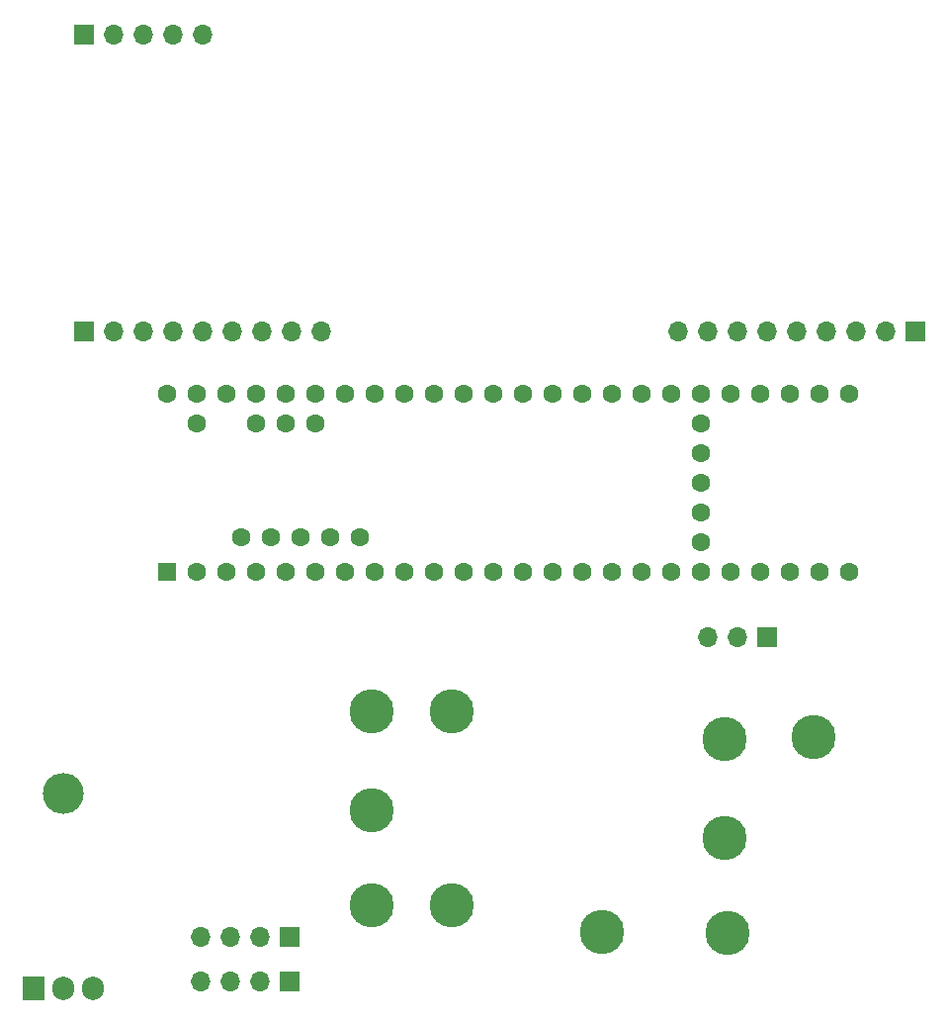
<source format=gbs>
%TF.GenerationSoftware,KiCad,Pcbnew,(5.1.4)-1*%
%TF.CreationDate,2021-01-28T23:04:49+05:30*%
%TF.ProjectId,rev1,72657631-2e6b-4696-9361-645f70636258,rev?*%
%TF.SameCoordinates,Original*%
%TF.FileFunction,Soldermask,Bot*%
%TF.FilePolarity,Negative*%
%FSLAX46Y46*%
G04 Gerber Fmt 4.6, Leading zero omitted, Abs format (unit mm)*
G04 Created by KiCad (PCBNEW (5.1.4)-1) date 2021-01-28 23:04:49*
%MOMM*%
%LPD*%
G04 APERTURE LIST*
%ADD10C,1.600000*%
%ADD11R,1.600000X1.600000*%
%ADD12C,3.790000*%
%ADD13O,1.700000X1.700000*%
%ADD14R,1.700000X1.700000*%
%ADD15O,3.500000X3.500000*%
%ADD16R,1.905000X2.000000*%
%ADD17O,1.905000X2.000000*%
G04 APERTURE END LIST*
D10*
%TO.C,U3*%
X156083000Y-102616000D03*
X158623000Y-102616000D03*
X161163000Y-102616000D03*
X163703000Y-102616000D03*
X153543000Y-102616000D03*
X151003000Y-102616000D03*
X148463000Y-102616000D03*
X166243000Y-102616000D03*
X168783000Y-102616000D03*
X171323000Y-102616000D03*
X173863000Y-102616000D03*
X161163000Y-100076000D03*
X161163000Y-97536000D03*
X161163000Y-94996000D03*
X161163000Y-92456000D03*
X161163000Y-89916000D03*
X173863000Y-87376000D03*
X171323000Y-87376000D03*
X168783000Y-87376000D03*
X166243000Y-87376000D03*
X163703000Y-87376000D03*
X161163000Y-87376000D03*
X158623000Y-87376000D03*
X156083000Y-87376000D03*
X145923000Y-102616000D03*
X143383000Y-102616000D03*
X140843000Y-102616000D03*
X138303000Y-102616000D03*
X135763000Y-102616000D03*
X133223000Y-102616000D03*
X130683000Y-102616000D03*
X128143000Y-102616000D03*
X125603000Y-102616000D03*
X123063000Y-102616000D03*
X120523000Y-102616000D03*
X117983000Y-102616000D03*
D11*
X115443000Y-102616000D03*
D10*
X153543000Y-87376000D03*
X151003000Y-87376000D03*
X148463000Y-87376000D03*
X145923000Y-87376000D03*
X143383000Y-87376000D03*
X140843000Y-87376000D03*
X138303000Y-87376000D03*
X135763000Y-87376000D03*
X133223000Y-87376000D03*
X130683000Y-87376000D03*
X128143000Y-87376000D03*
X125603000Y-87376000D03*
X123063000Y-87376000D03*
X120523000Y-87376000D03*
X117983000Y-87376000D03*
X115443000Y-87376000D03*
X117983000Y-89916000D03*
X123063000Y-89916000D03*
X125603000Y-89916000D03*
X128143000Y-89916000D03*
X121793000Y-99616000D03*
X124333000Y-99616000D03*
X126873000Y-99616000D03*
X129413000Y-99616000D03*
X131953000Y-99616000D03*
%TD*%
D12*
%TO.C,BOOT1*%
X152717500Y-133413500D03*
%TD*%
%TO.C,CAP1*%
X163512500Y-133540500D03*
%TD*%
%TO.C,CAP2*%
X132969000Y-122999500D03*
%TD*%
%TO.C,GND1*%
X170878500Y-116776500D03*
%TD*%
%TO.C,GND2*%
X132969000Y-131127500D03*
%TD*%
%TO.C,nReset1*%
X163258500Y-125412500D03*
%TD*%
%TO.C,OSCin1*%
X139827000Y-131127500D03*
%TD*%
%TO.C,OSCout1*%
X139827000Y-114554000D03*
%TD*%
%TO.C,VDD1*%
X163258500Y-116903500D03*
%TD*%
%TO.C,VDD2*%
X132969000Y-114554000D03*
%TD*%
D13*
%TO.C,J2*%
X118491000Y-82042000D03*
X115951000Y-82042000D03*
X113411000Y-82042000D03*
X110871000Y-82042000D03*
D14*
X108331000Y-82042000D03*
D13*
X121031000Y-82042000D03*
X123571000Y-82042000D03*
X126111000Y-82042000D03*
X128651000Y-82042000D03*
D14*
X108331000Y-56642000D03*
D13*
X110871000Y-56642000D03*
X113411000Y-56642000D03*
X115951000Y-56642000D03*
X118491000Y-56642000D03*
%TD*%
%TO.C,J1*%
X159258000Y-82042000D03*
X161798000Y-82042000D03*
X164338000Y-82042000D03*
X166878000Y-82042000D03*
X169418000Y-82042000D03*
X171958000Y-82042000D03*
X174498000Y-82042000D03*
X177038000Y-82042000D03*
D14*
X179578000Y-82042000D03*
%TD*%
%TO.C,J3*%
X166878000Y-108204000D03*
D13*
X164338000Y-108204000D03*
X161798000Y-108204000D03*
%TD*%
D14*
%TO.C,BMS_CONN1*%
X125984000Y-137668000D03*
D13*
X123444000Y-137668000D03*
X120904000Y-137668000D03*
X118364000Y-137668000D03*
%TD*%
D15*
%TO.C,Q1*%
X106588002Y-121566001D03*
D16*
X104048002Y-138226001D03*
D17*
X106588002Y-138226001D03*
X109128002Y-138226001D03*
%TD*%
D14*
%TO.C,BMS_CONN2*%
X125984000Y-133858000D03*
D13*
X123444000Y-133858000D03*
X120904000Y-133858000D03*
X118364000Y-133858000D03*
%TD*%
M02*

</source>
